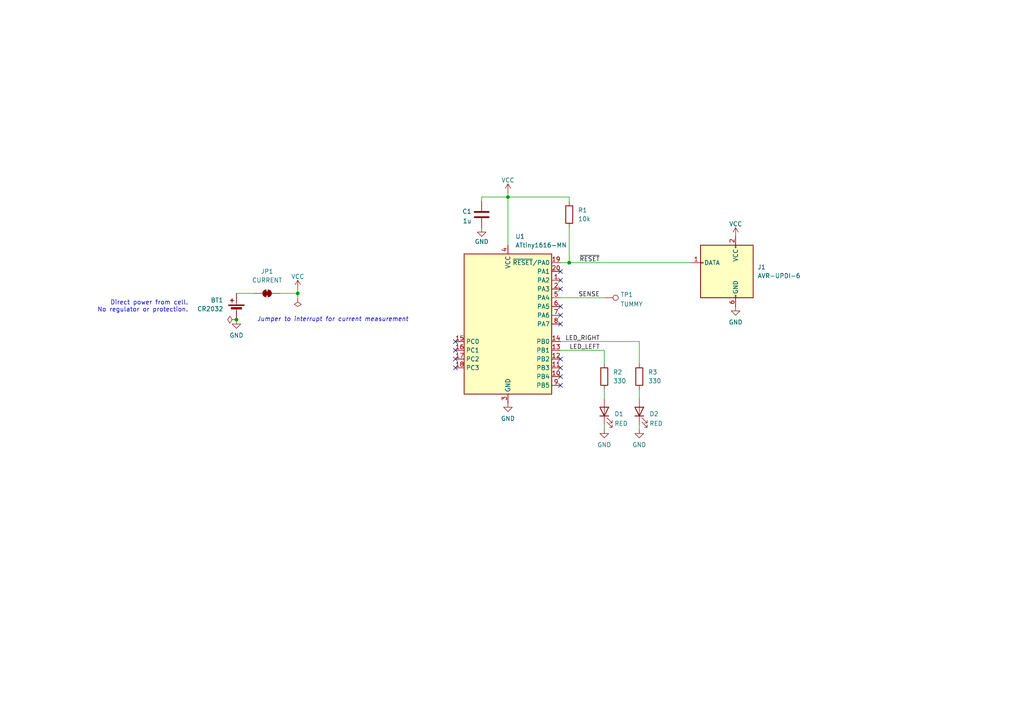
<source format=kicad_sch>
(kicad_sch (version 20250114) (generator "eeschema") (generator_version "9.0")
  (paper "A4")
  (title_block (title "Capacitve Sensing Raccoon") (date "2025-10-25") (rev "3.0") (company "Savo Bajic") (comment 1 "Current microcontroller choice is a bit overkill but leaves lots of breathing room") (comment 2 "A small circuit to be handed out as a gift") (comment 3 "Yeah that's all we need for this PCB"))
  (lib_symbols
    (symbol "Connector:AVR-UPDI-6" (pin_names (offset 1.016))
      (property "Reference" "J" (at -6.35 8.89 0))
      (property "Value" "AVR-UPDI-6" (at 0 8.89 0))
      (symbol "AVR-UPDI-6_0_1"
        (rectangle (start -2.667 7.62) (end -2.413 6.858))
        (rectangle (start -2.667 -6.858) (end -2.413 -7.62))
        (rectangle (start 7.62 7.62) (end -7.62 -7.62) (stroke (width 0.254)) (fill (type background)))
        (rectangle (start 7.62 2.667) (end 6.858 2.413))
      )
      (symbol "AVR-UPDI-6_1_1"
        (pin passive line (at -2.54 10.16 270) (length 2.54) (name "VCC") (number "2"))
        (pin passive line (at -2.54 -10.16 90) (length 2.54) (name "GND") (number "6"))
        (pin no_connect line (at 7.62 0 180) (length 2.54) (hide yes) (name "NC") (number "3"))
        (pin no_connect line (at 7.62 -2.54 180) (length 2.54) (hide yes) (name "NC") (number "4"))
        (pin no_connect line (at 7.62 -5.08 180) (length 2.54) (hide yes) (name "NC") (number "5"))
        (pin passive line (at 10.16 2.54 180) (length 2.54) (name "DATA") (number "1"))
      )
    )
    (symbol "Connector:TestPoint" (pin_numbers (hide yes)) (pin_names (offset 0.762) (hide yes))
      (property "Reference" "TP" (at 0 6.858 0))
      (property "Value" "TestPoint" (at 0 5.08 0))
      (symbol "TestPoint_0_1"
        (circle (center 0 3.302) (radius 0.762))
      )
      (symbol "TestPoint_1_1"
        (pin passive line (at 0 0 90) (length 2.54) (name "1") (number "1"))
      )
    )
    (symbol "Device:Battery_Cell" (pin_numbers (hide yes)) (pin_names (offset 0) (hide yes))
      (property "Reference" "BT" (at 2.54 2.54 0))
      (property "Value" "Battery_Cell" (at 2.54 0 0))
      (symbol "Battery_Cell_0_1"
        (rectangle (start -2.286 1.778) (end 2.286 1.524) (fill (type outline)))
        (rectangle (start -1.524 1.016) (end 1.524 0.508) (fill (type outline)))
        (polyline (pts (xy 0 1.778) (xy 0 2.54)))
        (polyline (pts (xy 0 0.762) (xy 0 0)))
        (polyline (pts (xy 0.762 3.048) (xy 1.778 3.048)) (stroke (width 0.254)))
        (polyline (pts (xy 1.27 3.556) (xy 1.27 2.54)) (stroke (width 0.254)))
      )
      (symbol "Battery_Cell_1_1"
        (pin passive line (at 0 5.08 270) (length 2.54) (name "+") (number "1"))
        (pin passive line (at 0 -2.54 90) (length 2.54) (name "-") (number "2"))
      )
    )
    (symbol "Device:C" (pin_numbers (hide yes)) (pin_names (offset 0.254))
      (property "Reference" "C" (at 0.635 2.54 0))
      (property "Value" "C" (at 0.635 -2.54 0))
      (symbol "C_0_1"
        (polyline (pts (xy -2.032 0.762) (xy 2.032 0.762)) (stroke (width 0.508)))
        (polyline (pts (xy -2.032 -0.762) (xy 2.032 -0.762)) (stroke (width 0.508)))
      )
      (symbol "C_1_1"
        (pin passive line (at 0 3.81 270) (length 2.794) (name "~") (number "1"))
        (pin passive line (at 0 -3.81 90) (length 2.794) (name "~") (number "2"))
      )
    )
    (symbol "Device:LED" (pin_numbers (hide yes)) (pin_names (offset 1.016) (hide yes))
      (property "Reference" "D" (at 0 2.54 0))
      (property "Value" "LED" (at 0 -2.54 0))
      (symbol "LED_0_1"
        (polyline (pts (xy -3.048 -0.762) (xy -4.572 -2.286) (xy -3.81 -2.286) (xy -4.572 -2.286) (xy -4.572 -1.524)))
        (polyline (pts (xy -1.778 -0.762) (xy -3.302 -2.286) (xy -2.54 -2.286) (xy -3.302 -2.286) (xy -3.302 -1.524)))
        (polyline (pts (xy -1.27 0) (xy 1.27 0)))
        (polyline (pts (xy -1.27 -1.27) (xy -1.27 1.27)) (stroke (width 0.254)))
        (polyline (pts (xy 1.27 -1.27) (xy 1.27 1.27) (xy -1.27 0) (xy 1.27 -1.27)) (stroke (width 0.254)))
      )
      (symbol "LED_1_1"
        (pin passive line (at -3.81 0 0) (length 2.54) (name "K") (number "1"))
        (pin passive line (at 3.81 0 180) (length 2.54) (name "A") (number "2"))
      )
    )
    (symbol "Device:R" (pin_numbers (hide yes)) (pin_names (offset 0))
      (property "Reference" "R" (at 2.032 0 90))
      (property "Value" "R" (at 0 0 90))
      (symbol "R_0_1"
        (rectangle (start -1.016 -2.54) (end 1.016 2.54) (stroke (width 0.254)))
      )
      (symbol "R_1_1"
        (pin passive line (at 0 3.81 270) (length 1.27) (name "~") (number "1"))
        (pin passive line (at 0 -3.81 90) (length 1.27) (name "~") (number "2"))
      )
    )
    (symbol "Jumper:SolderJumper_2_Bridged" (pin_numbers (hide yes)) (pin_names (offset 0) (hide yes)) (in_bom no)
      (property "Reference" "JP" (at 0 2.032 0))
      (property "Value" "SolderJumper_2_Bridged" (at 0 -2.54 0))
      (symbol "SolderJumper_2_Bridged_0_1"
        (rectangle (start -0.508 0.508) (end 0.508 -0.508) (fill (type outline)))
        (polyline (pts (xy -0.254 1.016) (xy -0.254 -1.016)))
        (arc (start -0.254 -1.016) (mid -1.2656 0) (end -0.254 1.016))
        (arc (start -0.254 -1.016) (mid -1.2656 0) (end -0.254 1.016) (fill (type outline)))
        (arc (start 0.254 1.016) (mid 1.2656 0) (end 0.254 -1.016))
        (arc (start 0.254 1.016) (mid 1.2656 0) (end 0.254 -1.016) (fill (type outline)))
        (polyline (pts (xy 0.254 1.016) (xy 0.254 -1.016)))
      )
      (symbol "SolderJumper_2_Bridged_1_1"
        (pin passive line (at -3.81 0 0) (length 2.54) (name "A") (number "1"))
        (pin passive line (at 3.81 0 180) (length 2.54) (name "B") (number "2"))
      )
    )
    (symbol "MCU_Microchip_ATtiny:ATtiny1616-M"
      (property "Reference" "U" (at -12.7 21.59 0))
      (property "Value" "ATtiny1616-M" (at 2.54 -21.59 0))
      (symbol "ATtiny1616-M_0_1"
        (rectangle (start -12.7 -20.32) (end 12.7 20.32) (stroke (width 0.254)) (fill (type background)))
      )
      (symbol "ATtiny1616-M_1_1"
        (pin bidirectional line (at -15.24 -5.08 0) (length 2.54) (name "PC0") (number "15"))
        (pin bidirectional line (at -15.24 -7.62 0) (length 2.54) (name "PC1") (number "16"))
        (pin bidirectional line (at -15.24 -10.16 0) (length 2.54) (name "PC2") (number "17"))
        (pin bidirectional line (at -15.24 -12.7 0) (length 2.54) (name "PC3") (number "18"))
        (pin power_in line (at 0 22.86 270) (length 2.54) (name "VCC") (number "4"))
        (pin passive line (at 0 -22.86 90) (length 2.54) (hide yes) (name "GND") (number "21"))
        (pin power_in line (at 0 -22.86 90) (length 2.54) (name "GND") (number "3"))
        (pin bidirectional line (at 15.24 17.78 180) (length 2.54) (name "~{RESET}/PA0") (number "19"))
        (pin bidirectional line (at 15.24 15.24 180) (length 2.54) (name "PA1") (number "20"))
        (pin bidirectional line (at 15.24 12.7 180) (length 2.54) (name "PA2") (number "1"))
        (pin bidirectional line (at 15.24 10.16 180) (length 2.54) (name "PA3") (number "2"))
        (pin bidirectional line (at 15.24 7.62 180) (length 2.54) (name "PA4") (number "5"))
        (pin bidirectional line (at 15.24 5.08 180) (length 2.54) (name "PA5") (number "6"))
        (pin bidirectional line (at 15.24 2.54 180) (length 2.54) (name "PA6") (number "7"))
        (pin bidirectional line (at 15.24 0 180) (length 2.54) (name "PA7") (number "8"))
        (pin bidirectional line (at 15.24 -5.08 180) (length 2.54) (name "PB0") (number "14"))
        (pin bidirectional line (at 15.24 -7.62 180) (length 2.54) (name "PB1") (number "13"))
        (pin bidirectional line (at 15.24 -10.16 180) (length 2.54) (name "PB2") (number "12"))
        (pin bidirectional line (at 15.24 -12.7 180) (length 2.54) (name "PB3") (number "11"))
        (pin bidirectional line (at 15.24 -15.24 180) (length 2.54) (name "PB4") (number "10"))
        (pin bidirectional line (at 15.24 -17.78 180) (length 2.54) (name "PB5") (number "9"))
      )
    )
    (symbol "power:GND" (power) (pin_numbers (hide yes)) (pin_names (offset 0) (hide yes))
      (property "Value" "GND" (at 0 -3.81 0))
      (symbol "GND_0_1"
        (polyline (pts (xy 0 0) (xy 0 -1.27) (xy 1.27 -1.27) (xy 0 -2.54) (xy -1.27 -1.27) (xy 0 -1.27)))
      )
      (symbol "GND_1_1"
        (pin power_in line (at 0 0 270) (length 0) (name "~") (number "1"))
      )
    )
    (symbol "power:PWR_FLAG" (power) (pin_numbers (hide yes)) (pin_names (offset 0) (hide yes))
      (property "Value" "PWR_FLAG" (at 0 3.81 0))
      (symbol "PWR_FLAG_0_0"
        (pin power_out line (at 0 0 90) (length 0) (name "~") (number "1"))
      )
      (symbol "PWR_FLAG_0_1"
        (polyline (pts (xy 0 0) (xy 0 1.27) (xy -1.016 1.905) (xy 0 2.54) (xy 1.016 1.905) (xy 0 1.27)))
      )
    )
    (symbol "power:VCC" (power) (pin_numbers (hide yes)) (pin_names (offset 0) (hide yes))
      (property "Value" "VCC" (at 0 3.556 0))
      (symbol "VCC_0_1"
        (polyline (pts (xy -0.762 1.27) (xy 0 2.54)))
        (polyline (pts (xy 0 2.54) (xy 0.762 1.27)))
        (polyline (pts (xy 0 0) (xy 0 2.54)))
      )
      (symbol "VCC_1_1"
        (pin power_in line (at 0 0 90) (length 0) (name "~") (number "1"))
      )
    )
  )
  (text "Jumper to interrupt for current measurement" (at 96.52 92.71 0) (effects (font (size 1.27 1.27) (italic yes))))
  (text "Direct power from cell.\nNo regulator or protection." (at 54.61 88.9 0) (effects (font (size 1.27 1.27)) (justify right)))
  (junction (at 86.36 85.09))
  (junction (at 147.32 57.15))
  (junction (at 68.58 92.71))
  (junction (at 165.1 76.2))
  (no_connect (at 132.08 106.68))
  (no_connect (at 162.56 78.74))
  (no_connect (at 162.56 111.76))
  (no_connect (at 162.56 104.14))
  (no_connect (at 162.56 91.44))
  (no_connect (at 132.08 101.6))
  (no_connect (at 132.08 104.14))
  (no_connect (at 162.56 88.9))
  (no_connect (at 132.08 99.06))
  (no_connect (at 162.56 93.98))
  (no_connect (at 162.56 83.82))
  (no_connect (at 162.56 81.28))
  (no_connect (at 162.56 109.22))
  (no_connect (at 162.56 106.68))
  (wire (pts (xy 86.36 85.09) (xy 86.36 86.36)))
  (wire (pts (xy 175.26 123.19) (xy 175.26 124.46)))
  (wire (pts (xy 175.26 113.03) (xy 175.26 115.57)))
  (wire (pts (xy 162.56 99.06) (xy 185.42 99.06)))
  (wire (pts (xy 165.1 66.04) (xy 165.1 76.2)))
  (wire (pts (xy 86.36 85.09) (xy 86.36 83.82)))
  (wire (pts (xy 165.1 57.15) (xy 165.1 58.42)))
  (wire (pts (xy 185.42 99.06) (xy 185.42 105.41)))
  (wire (pts (xy 162.56 76.2) (xy 165.1 76.2)))
  (wire (pts (xy 147.32 55.88) (xy 147.32 57.15)))
  (wire (pts (xy 165.1 57.15) (xy 147.32 57.15)))
  (wire (pts (xy 165.1 76.2) (xy 200.66 76.2)))
  (wire (pts (xy 81.28 85.09) (xy 86.36 85.09)))
  (wire (pts (xy 139.7 57.15) (xy 147.32 57.15)))
  (wire (pts (xy 139.7 58.42) (xy 139.7 57.15)))
  (wire (pts (xy 162.56 86.36) (xy 175.26 86.36)))
  (wire (pts (xy 185.42 123.19) (xy 185.42 124.46)))
  (wire (pts (xy 147.32 57.15) (xy 147.32 71.12)))
  (wire (pts (xy 162.56 101.6) (xy 175.26 101.6)))
  (wire (pts (xy 68.58 85.09) (xy 73.66 85.09)))
  (wire (pts (xy 175.26 101.6) (xy 175.26 105.41)))
  (wire (pts (xy 185.42 115.57) (xy 185.42 113.03)))
  (label "SENSE" (at 173.99 86.36 180))
  (label "~{RESET}" (at 173.99 76.2 180))
  (label "LED_RIGHT" (at 173.99 99.06 180))
  (label "LED_LEFT" (at 173.99 101.6 180))
  (symbol (lib_id "MCU_Microchip_ATtiny:ATtiny1616-M") (at 147.32 93.98 0) (unit 1)
    (property "Reference" "U1" (at 149.4633 68.58 0) (effects (justify left)))
    (property "Value" "ATtiny1616-MN" (at 149.4633 71.12 0) (effects (justify left)))
    (property "Footprint" "Package_DFN_QFN:VQFN-20-1EP_3x3mm_P0.4mm_EP1.7x1.7mm" (effects (hide yes)))
    (property "Datasheet" "http://ww1.microchip.com/downloads/en/DeviceDoc/ATtiny3216_ATtiny1616-data-sheet-40001997B.pdf" (effects (hide yes)))
    (property "Description" "20MHz, 16kB Flash, 2kB SRAM, 256B EEPROM, VQFN-20" (effects (hide yes)))
    (property "LCSC" "C507118" (effects (hide yes)))
    (property "Manufacturer" "Microchip Tech" (effects (hide yes)))
    (property "Manufacturer PN" "ATTINY1616-MNR" (effects (hide yes)))
  )
  (symbol (lib_id "Device:R") (at 175.26 109.22 0) (unit 1)
    (property "Reference" "R2" (at 177.8 107.9499 0) (effects (justify left)))
    (property "Value" "330" (at 177.8 110.4899 0) (effects (justify left)))
    (property "Footprint" "Resistor_SMD:R_0603_1608Metric" (effects (hide yes)))
    (property "LCSC" "C23138" (effects (hide yes)))
    (property "Manufacturer" "UNI-ROYAL(Uniroyal Elec)" (effects (hide yes)))
    (property "Manufacturer PN" "0603WAF3300T5E" (effects (hide yes)))
    (property "ALT PN" "RC0603FR-07330RL" (effects (hide yes)))
  )
  (symbol (lib_id "Jumper:SolderJumper_2_Bridged") (at 77.47 85.09 0) (unit 1) (in_bom no)
    (property "Reference" "JP1" (at 77.47 78.74 0))
    (property "Value" "CURRENT" (at 77.47 81.28 0))
    (property "Footprint" "Jumper:SolderJumper-2_P1.3mm_Bridged2Bar_Pad1.0x1.5mm" (effects (hide yes)))
    (property "Description" "Solder Jumper, 2-pole, closed/bridged" (effects (hide yes)))
  )
  (symbol (lib_id "power:PWR_FLAG") (at 68.58 92.71 90) (unit 1)
    (property "Reference" "#FLG01" (effects (hide yes)))
    (property "Value" "PWR_FLAG" (effects (hide yes)))
    (property "Description" "Special symbol for telling ERC where power comes from" (effects (hide yes)))
  )
  (symbol (lib_id "power:VCC") (at 147.32 55.88 0) (unit 1)
    (property "Reference" "#PWR05" (effects (hide yes)))
    (property "Value" "VCC" (at 147.32 52.2755 0))
  )
  (symbol (lib_id "power:GND") (at 213.36 88.9 0) (mirror y) (unit 1)
    (property "Reference" "#PWR010" (effects (hide yes)))
    (property "Value" "GND" (at 213.36 93.4625 0))
  )
  (symbol (lib_id "power:VCC") (at 86.36 83.82 0) (unit 1)
    (property "Reference" "#PWR02" (effects (hide yes)))
    (property "Value" "VCC" (at 86.36 80.2155 0))
  )
  (symbol (lib_id "Device:R") (at 185.42 109.22 0) (unit 1)
    (property "Reference" "R3" (at 187.96 107.9499 0) (effects (justify left)))
    (property "Value" "330" (at 187.96 110.4899 0) (effects (justify left)))
    (property "Footprint" "Resistor_SMD:R_0603_1608Metric" (effects (hide yes)))
    (property "LCSC" "C23138" (effects (hide yes)))
    (property "Manufacturer" "UNI-ROYAL(Uniroyal Elec)" (effects (hide yes)))
    (property "Manufacturer PN" "0603WAF3300T5E" (effects (hide yes)))
    (property "ALT PN" "RC0603FR-07330RL" (effects (hide yes)))
  )
  (symbol (lib_id "Connector:AVR-UPDI-6") (at 210.82 78.74 0) (mirror y) (unit 1) (in_bom no)
    (property "Reference" "J1" (at 219.71 77.4699 0) (effects (justify right)))
    (property "Value" "AVR-UPDI-6" (at 219.71 80.0099 0) (effects (justify right)))
    (property "Footprint" "Connector:Tag-Connect_TC2030-IDC-NL_2x03_P1.27mm_Vertical" (effects (hide yes)))
    (property "Datasheet" "https://www.microchip.com/webdoc/GUID-9D10622A-5C16-4405-B092-1BDD437B4976/index.html?GUID-9B349315-2842-4189-B88C-49F4E1055D7F" (effects (hide yes)))
    (property "Description" "Atmel 6-pin UPDI connector" (effects (hide yes)))
  )
  (symbol (lib_id "Connector:TestPoint") (at 175.26 86.36 270) (unit 1) (in_bom no)
    (property "Reference" "TP1" (at 179.959 85.4515 90) (effects (justify left)))
    (property "Value" "TUMMY" (at 179.959 88.2266 90) (effects (justify left)))
    (property "Footprint" "raccoon-art:tummy" (effects (hide yes)))
  )
  (symbol (lib_id "power:GND") (at 68.58 92.71 0) (unit 1)
    (property "Reference" "#PWR01" (effects (hide yes)))
    (property "Value" "GND" (at 68.58 97.2725 0))
  )
  (symbol (lib_id "power:GND") (at 175.26 124.46 0) (unit 1)
    (property "Reference" "#PWR07" (effects (hide yes)))
    (property "Value" "GND" (at 175.26 129.0225 0))
  )
  (symbol (lib_id "power:GND") (at 139.7 66.04 0) (mirror y) (unit 1)
    (property "Reference" "#PWR03" (effects (hide yes)))
    (property "Value" "GND" (at 139.7 70.104 0))
  )
  (symbol (lib_id "Device:LED") (at 175.26 119.38 90) (unit 1)
    (property "Reference" "D1" (at 178.181 120.059 90) (effects (justify right)))
    (property "Value" "RED" (at 178.181 122.8341 90) (effects (justify right)))
    (property "Footprint" "Diode_SMD:D_0805_2012Metric" (effects (hide yes)))
    (property "LCSC" "C94868" (effects (hide yes)))
    (property "Manufacturer" "Lite-On" (effects (hide yes)))
    (property "Manufacturer PN" "LTST-C170KRKT" (effects (hide yes)))
    (property "ALT PN" "MP001247" (effects (hide yes)))
  )
  (symbol (lib_id "Device:LED") (at 185.42 119.38 90) (unit 1)
    (property "Reference" "D2" (at 188.341 120.059 90) (effects (justify right)))
    (property "Value" "RED" (at 188.341 122.8341 90) (effects (justify right)))
    (property "Footprint" "Diode_SMD:D_0805_2012Metric" (effects (hide yes)))
    (property "LCSC" "C94868" (effects (hide yes)))
    (property "Manufacturer" "Lite-On" (effects (hide yes)))
    (property "Manufacturer PN" "LTST-C170KRKT" (effects (hide yes)))
    (property "ALT PN" "MP001247" (effects (hide yes)))
  )
  (symbol (lib_id "Device:R") (at 165.1 62.23 0) (unit 1)
    (property "Reference" "R1" (at 167.64 60.9599 0) (effects (justify left)))
    (property "Value" "10k" (at 167.64 63.4999 0) (effects (justify left)))
    (property "Footprint" "Resistor_SMD:R_0603_1608Metric" (effects (hide yes)))
    (property "LCSC" "C25804" (effects (hide yes)))
    (property "Manufacturer" "UNI-ROYAL(Uniroyal Elec)" (effects (hide yes)))
    (property "Manufacturer PN" "0603WAF1002T5E" (effects (hide yes)))
    (property "ALT PN" "CRCW060310K0FKEA " (effects (hide yes)))
  )
  (symbol (lib_id "power:GND") (at 147.32 116.84 0) (unit 1)
    (property "Reference" "#PWR06" (effects (hide yes)))
    (property "Value" "GND" (at 147.32 121.4025 0))
  )
  (symbol (lib_id "power:PWR_FLAG") (at 86.36 86.36 180) (unit 1)
    (property "Reference" "#FLG02" (effects (hide yes)))
    (property "Value" "PWR_FLAG" (effects (hide yes)))
    (property "Description" "Special symbol for telling ERC where power comes from" (effects (hide yes)))
  )
  (symbol (lib_id "Device:Battery_Cell") (at 68.58 90.17 0) (mirror y) (unit 1)
    (property "Reference" "BT1" (at 64.77 87.0584 0) (effects (justify left)))
    (property "Value" "CR2032" (at 64.77 89.5984 0) (effects (justify left)))
    (property "Footprint" "Battery:BatteryHolder_Multicomp_BC-2001_1x2032" (effects (hide yes)))
    (property "LCSC" "C964830" (effects (hide yes)))
    (property "Manufacturer" "MYOUNG" (effects (hide yes)))
    (property "Manufacturer PN" "MY-2032-05" (effects (hide yes)))
    (property "ALT PN" "BC-2001" (effects (hide yes)))
  )
  (symbol (lib_id "power:GND") (at 185.42 124.46 0) (unit 1)
    (property "Reference" "#PWR08" (effects (hide yes)))
    (property "Value" "GND" (at 185.42 129.0225 0))
  )
  (symbol (lib_id "power:VCC") (at 213.36 68.58 0) (mirror y) (unit 1)
    (property "Reference" "#PWR09" (effects (hide yes)))
    (property "Value" "VCC" (at 213.36 64.9755 0))
  )
  (symbol (lib_id "Device:C") (at 139.7 62.23 0) (mirror y) (unit 1)
    (property "Reference" "C1" (at 136.779 61.3215 0) (effects (justify left)))
    (property "Value" "1u" (at 136.779 64.0966 0) (effects (justify left)))
    (property "Footprint" "Capacitor_SMD:C_0603_1608Metric" (effects (hide yes)))
    (property "LCSC" "C15849" (effects (hide yes)))
    (property "Manufacturer" "Samsung Electro-Mechanics" (effects (hide yes)))
    (property "Manufacturer PN" "CL10A105KB8NNNC" (effects (hide yes)))
  )
)
</source>
